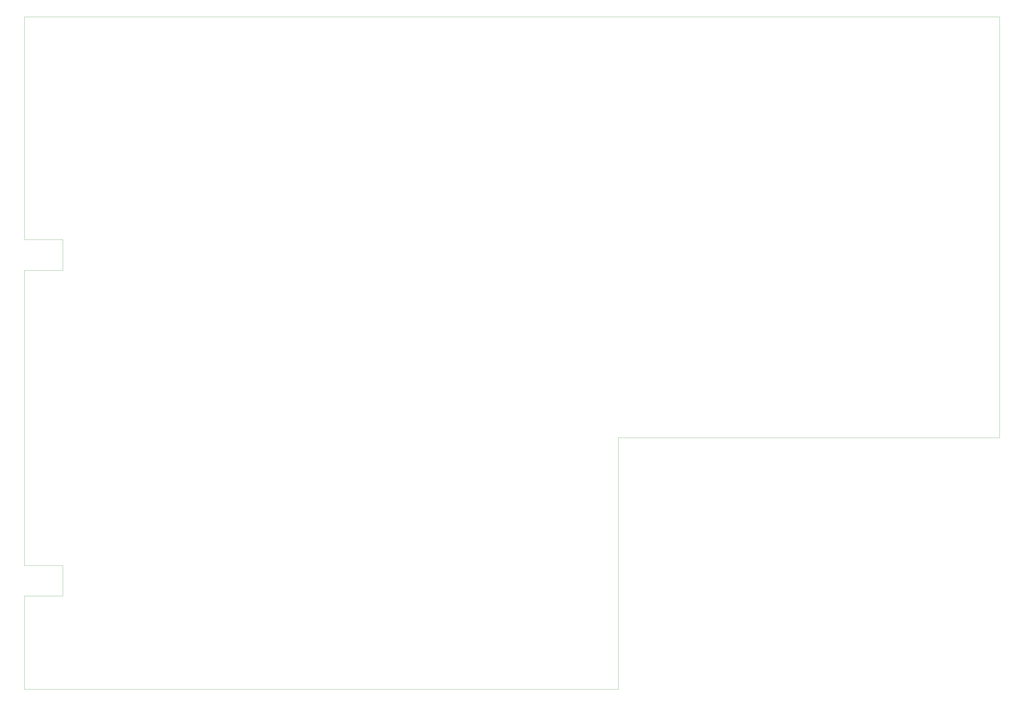
<source format=gbr>
G04 #@! TF.GenerationSoftware,KiCad,Pcbnew,5.1.2-f72e74a~84~ubuntu16.04.1*
G04 #@! TF.CreationDate,2019-08-17T19:51:03+10:00*
G04 #@! TF.ProjectId,SMD500,534d4435-3030-42e6-9b69-6361645f7063,rev?*
G04 #@! TF.SameCoordinates,Original*
G04 #@! TF.FileFunction,Profile,NP*
%FSLAX46Y46*%
G04 Gerber Fmt 4.6, Leading zero omitted, Abs format (unit mm)*
G04 Created by KiCad (PCBNEW 5.1.2-f72e74a~84~ubuntu16.04.1) date 2019-08-17 19:51:03*
%MOMM*%
%LPD*%
G04 APERTURE LIST*
%ADD10C,0.050000*%
G04 APERTURE END LIST*
D10*
X0Y-218800000D02*
X0Y-254000000D01*
X0Y-95750000D02*
X0Y-207250000D01*
X0Y0D02*
X0Y-84200000D01*
X14500000Y-207250000D02*
X14500000Y-218800000D01*
X14500000Y-218800000D02*
X0Y-218800000D01*
X0Y-207250000D02*
X14500000Y-207250000D01*
X14500000Y-95750000D02*
X0Y-95750000D01*
X14500000Y-84200000D02*
X14500000Y-95750000D01*
X0Y-84200000D02*
X14500000Y-84200000D01*
X224300000Y-254000000D02*
X0Y-254000000D01*
X224300000Y-159000000D02*
X224300000Y-254000000D01*
X368300000Y-159000000D02*
X224300000Y-159000000D01*
X368300000Y0D02*
X368300000Y-159000000D01*
X0Y0D02*
X368300000Y0D01*
M02*

</source>
